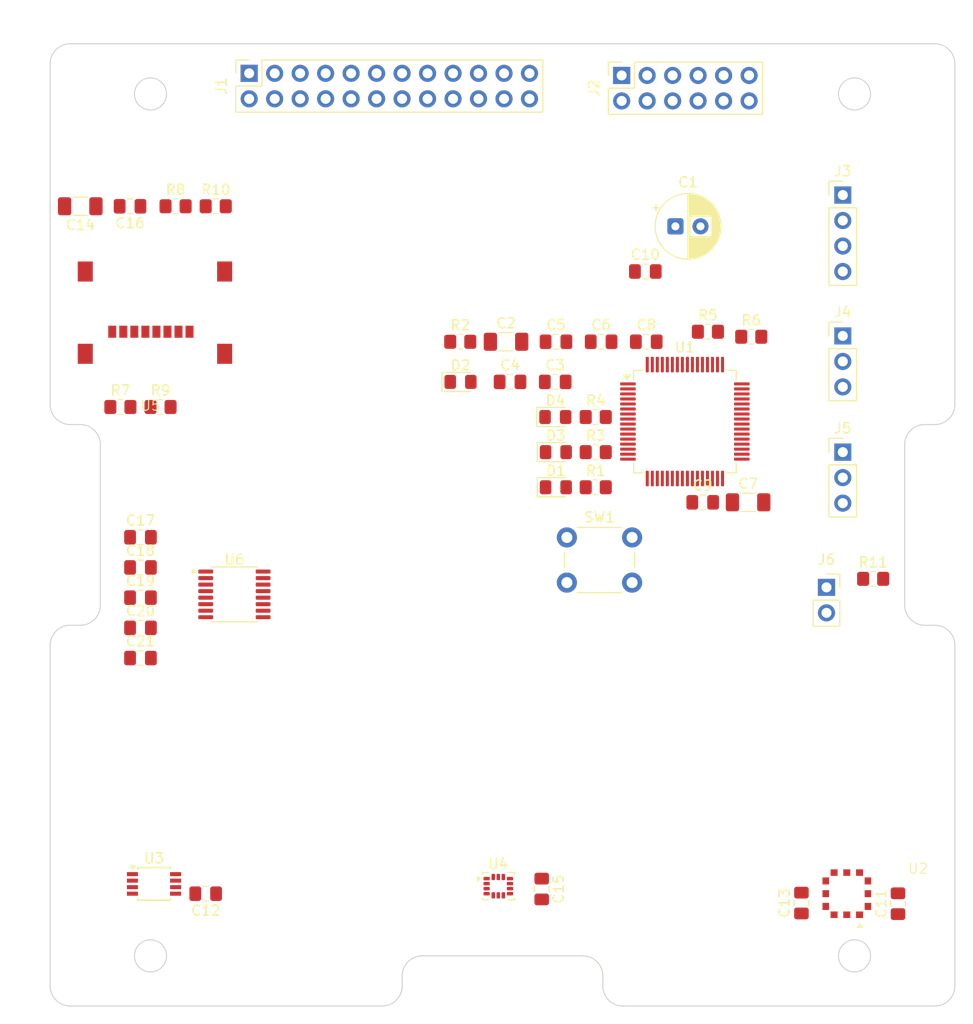
<source format=kicad_pcb>
(kicad_pcb (version 20241229) (generator "pcbnew") (generator_version "9.0")
  (layers (0 "F.Cu" signal) (4 "In1.Cu" signal) (6 "In2.Cu" signal) (2 "B.Cu" signal) (13 "F.Paste" user) (15 "B.Paste" user) (5 "F.SilkS" user "F.Silkscreen") (7 "B.SilkS" user "B.Silkscreen") (1 "F.Mask" user) (3 "B.Mask" user) (25 "Edge.Cuts" user))
  (net 0 "")
  (net 1 "+3V3")
  (net 2 "GND")
  (net 3 "Net-(U1-VREF+)")
  (net 4 "/NRST")
  (net 5 "Net-(U2-VO-)")
  (net 6 "Net-(U2-VO+)")
  (net 7 "Net-(D1-A)")
  (net 8 "Net-(D2-A)")
  (net 9 "Net-(D3-A)")
  (net 10 "Net-(D4-A)")
  (net 11 "+10V")
  (net 12 "ALT_+10V")
  (net 13 "/VBAT_1")
  (net 14 "/RADIO_RX")
  (net 15 "/VBAT_0")
  (net 16 "/RADIO_TX")
  (net 17 "/I2C_SDA")
  (net 18 "/BOOT0")
  (net 19 "/PWM_HEATER")
  (net 20 "/SWDIO")
  (net 21 "/SWCLK")
  (net 22 "/DEBUG_UART_RX")
  (net 23 "/DEBUG_UART_TX")
  (net 24 "/LED_BLUE")
  (net 25 "/LED_YELLOW")
  (net 26 "/LED_GREEN")
  (net 27 "/SD_MISO")
  (net 28 "/SD_MOSI")
  (net 29 "/SD_SCK")
  (net 30 "Net-(U5-DAT1)")
  (net 59 "/SD_CS")
  (net 76 "Net-(U6-V+)")
  (net 77 "Net-(U6-C1+)")
  (net 78 "Net-(U6-C1-)")
  (net 79 "Net-(U6-C2-)")
  (net 80 "Net-(U6-C2+)")
  (net 81 "Net-(U6-V-)")
  (net 87 "/LOW_POWER_MODE")
  (footprint "Capacitor_SMD:C_0805_2012Metric_Pad1.18x1.45mm_HandSolder" (layer "F.Cu") (at 130.875566 130.934442 90)
    (property "Reference" "C13" (at 0 -1.68 90) (layer "F.SilkS"))
    (property "Value" "1n")
    (pad "1" smd roundrect (at -1.0375 0 90) (size 1.175 1.45) (layers "F.Cu" "F.Mask" "F.Paste") (roundrect_rratio 0.212766) (net 6 "Net-(U2-VO+)"))
    (pad "2" smd roundrect (at 1.0375 0 90) (size 1.175 1.45) (layers "F.Cu" "F.Mask" "F.Paste") (roundrect_rratio 0.212766) (net 5 "Net-(U2-VO-)"))
  )
  (footprint "LED_SMD:LED_0805_2012Metric_Pad1.15x1.40mm_HandSolder" (layer "F.Cu") (at 106.35 82.5)
    (property "Reference" "D4" (at 0 -1.65 0) (layer "F.SilkS"))
    (property "Value" "GREEN")
    (pad "1" smd roundrect (at -1.025 0) (size 1.15 1.4) (layers "F.Cu" "F.Mask" "F.Paste") (roundrect_rratio 0.217391) (net 2 "GND"))
    (pad "2" smd roundrect (at 1.025 0) (size 1.15 1.4) (layers "F.Cu" "F.Mask" "F.Paste") (roundrect_rratio 0.217391) (net 10 "Net-(D4-A)"))
  )
  (footprint "Resistor_SMD:R_0805_2012Metric_Pad1.20x1.40mm_HandSolder" (layer "F.Cu") (at 110.375 82.5)
    (property "Reference" "R4" (at 0 -1.65 0) (layer "F.SilkS"))
    (property "Value" "10k")
    (pad "1" smd roundrect (at -1 0) (size 1.2 1.4) (layers "F.Cu" "F.Mask" "F.Paste") (roundrect_rratio 0.208333) (net 10 "Net-(D4-A)"))
    (pad "2" smd roundrect (at 1 0) (size 1.2 1.4) (layers "F.Cu" "F.Mask" "F.Paste") (roundrect_rratio 0.208333) (net 26 "/LED_GREEN"))
  )
  (footprint "Capacitor_SMD:C_0805_2012Metric_Pad1.18x1.45mm_HandSolder" (layer "F.Cu") (at 115.317621 68)
    (property "Reference" "C10" (at 0 -1.68 0) (layer "F.SilkS"))
    (property "Value" "100n")
    (pad "1" smd roundrect (at -1.0375 0) (size 1.175 1.45) (layers "F.Cu" "F.Mask" "F.Paste") (roundrect_rratio 0.212766) (net 4 "/NRST"))
    (pad "2" smd roundrect (at 1.0375 0) (size 1.175 1.45) (layers "F.Cu" "F.Mask" "F.Paste") (roundrect_rratio 0.212766) (net 2 "GND"))
  )
  (footprint "Capacitor_SMD:C_0805_2012Metric_Pad1.18x1.45mm_HandSolder" (layer "F.Cu") (at 140.5 131 90)
    (property "Reference" "C11" (at 0 -1.68 90) (layer "F.SilkS"))
    (property "Value" "100n")
    (pad "1" smd roundrect (at -1.0375 0 90) (size 1.175 1.45) (layers "F.Cu" "F.Mask" "F.Paste") (roundrect_rratio 0.212766) (net 1 "+3V3"))
    (pad "2" smd roundrect (at 1.0375 0 90) (size 1.175 1.45) (layers "F.Cu" "F.Mask" "F.Paste") (roundrect_rratio 0.212766) (net 2 "GND"))
  )
  (footprint "Capacitor_SMD:C_1206_3216Metric_Pad1.33x1.80mm_HandSolder" (layer "F.Cu") (at 59 61.5 180)
    (property "Reference" "C14" (at 0 -1.85 0) (layer "F.SilkS"))
    (property "Value" "10u")
    (pad "1" smd roundrect (at -1.5625 0 180) (size 1.325 1.8) (layers "F.Cu" "F.Mask" "F.Paste") (roundrect_rratio 0.188679) (net 1 "+3V3"))
    (pad "2" smd roundrect (at 1.5625 0 180) (size 1.325 1.8) (layers "F.Cu" "F.Mask" "F.Paste") (roundrect_rratio 0.188679) (net 2 "GND"))
  )
  (footprint "Resistor_SMD:R_0805_2012Metric_Pad1.20x1.40mm_HandSolder" (layer "F.Cu") (at 68.5 61.5)
    (property "Reference" "R8" (at 0 -1.65 0) (layer "F.SilkS"))
    (property "Value" "10k")
    (pad "1" smd roundrect (at -1 0) (size 1.2 1.4) (layers "F.Cu" "F.Mask" "F.Paste") (roundrect_rratio 0.208333) (net 28 "/SD_MOSI"))
    (pad "2" smd roundrect (at 1 0) (size 1.2 1.4) (layers "F.Cu" "F.Mask" "F.Paste") (roundrect_rratio 0.208333) (net 1 "+3V3"))
  )
  (footprint "Connector_PinSocket_2.54mm:PinSocket_2x06_P2.54mm_Vertical" (layer "F.Cu") (at 112.96 48.46 90)
    (property "Reference" "J2" (at -1.27 -2.77 90) (layer "F.SilkS"))
    (property "Value" "Conn_02x06_Odd_Even")
    (pad "1" thru_hole rect (at 0 0 90) (size 1.7 1.7) (drill 1) (layers "*.Cu" "*.Mask") (net 2 "GND"))
    (pad "2" thru_hole circle (at -2.54 0 90) (size 1.7 1.7) (drill 1) (layers "*.Cu" "*.Mask") (net 12 "ALT_+10V"))
    (pad "3" thru_hole circle (at 0 2.54 90) (size 1.7 1.7) (drill 1) (layers "*.Cu" "*.Mask") (net 2 "GND"))
    (pad "4" thru_hole circle (at -2.54 2.54 90) (size 1.7 1.7) (drill 1) (layers "*.Cu" "*.Mask") (net 12 "ALT_+10V"))
    (pad "5" thru_hole circle (at 0 5.08 90) (size 1.7 1.7) (drill 1) (layers "*.Cu" "*.Mask") (net 2 "GND"))
    (pad "6" thru_hole circle (at -2.54 5.08 90) (size 1.7 1.7) (drill 1) (layers "*.Cu" "*.Mask") (net 1 "+3V3"))
    (pad "7" thru_hole circle (at 0 7.62 90) (size 1.7 1.7) (drill 1) (layers "*.Cu" "*.Mask") (net 2 "GND"))
    (pad "8" thru_hole circle (at -2.54 7.62 90) (size 1.7 1.7) (drill 1) (layers "*.Cu" "*.Mask") (net 19 "/PWM_HEATER"))
    (pad "9" thru_hole circle (at 0 10.16 90) (size 1.7 1.7) (drill 1) (layers "*.Cu" "*.Mask") (net 2 "GND"))
    (pad "10" thru_hole circle (at -2.54 10.16 90) (size 1.7 1.7) (drill 1) (layers "*.Cu" "*.Mask") (net 18 "/BOOT0"))
    (pad "11" thru_hole circle (at 0 12.7 90) (size 1.7 1.7) (drill 1) (layers "*.Cu" "*.Mask") (net 2 "GND"))
    (pad "12" thru_hole circle (at -2.54 12.7 90) (size 1.7 1.7) (drill 1) (layers "*.Cu" "*.Mask") (net 17 "/I2C_SDA"))
  )
  (footprint "Resistor_SMD:R_0805_2012Metric_Pad1.20x1.40mm_HandSolder" (layer "F.Cu") (at 125.875 74.5)
    (property "Reference" "R6" (at 0 -1.65 0) (layer "F.SilkS"))
    (property "Value" "1k5")
    (pad "1" smd roundrect (at -1 0) (size 1.2 1.4) (layers "F.Cu" "F.Mask" "F.Paste") (roundrect_rratio 0.208333) (net 1 "+3V3"))
    (pad "2" smd roundrect (at 1 0) (size 1.2 1.4) (layers "F.Cu" "F.Mask" "F.Paste") (roundrect_rratio 0.208333) (net 18 "/BOOT0"))
  )
  (footprint "Capacitor_SMD:C_0805_2012Metric_Pad1.18x1.45mm_HandSolder" (layer "F.Cu") (at 121.0375 91)
    (property "Reference" "C9" (at 0 -1.68 0) (layer "F.SilkS"))
    (property "Value" "100n")
    (pad "1" smd roundrect (at -1.0375 0) (size 1.175 1.45) (layers "F.Cu" "F.Mask" "F.Paste") (roundrect_rratio 0.212766) (net 3 "Net-(U1-VREF+)"))
    (pad "2" smd roundrect (at 1.0375 0) (size 1.175 1.45) (layers "F.Cu" "F.Mask" "F.Paste") (roundrect_rratio 0.212766) (net 2 "GND"))
  )
  (footprint "Capacitor_SMD:C_0805_2012Metric_Pad1.18x1.45mm_HandSolder" (layer "F.Cu") (at 65 106.52)
    (property "Reference" "C21" (at 0 -1.68 0) (layer "F.SilkS"))
    (property "Value" "100n")
    (pad "1" smd roundrect (at -1.0375 0) (size 1.175 1.45) (layers "F.Cu" "F.Mask" "F.Paste") (roundrect_rratio 0.212766) (net 81 "Net-(U6-V-)"))
    (pad "2" smd roundrect (at 1.0375 0) (size 1.175 1.45) (layers "F.Cu" "F.Mask" "F.Paste") (roundrect_rratio 0.212766) (net 2 "GND"))
  )
  (footprint "Capacitor_SMD:C_0805_2012Metric_Pad1.18x1.45mm_HandSolder" (layer "F.Cu") (at 65 94.48)
    (property "Reference" "C17" (at 0 -1.68 0) (layer "F.SilkS"))
    (property "Value" "100n")
    (pad "1" smd roundrect (at -1.0375 0) (size 1.175 1.45) (layers "F.Cu" "F.Mask" "F.Paste") (roundrect_rratio 0.212766) (net 1 "+3V3"))
    (pad "2" smd roundrect (at 1.0375 0) (size 1.175 1.45) (layers "F.Cu" "F.Mask" "F.Paste") (roundrect_rratio 0.212766) (net 2 "GND"))
  )
  (footprint "Resistor_SMD:R_0805_2012Metric_Pad1.20x1.40mm_HandSolder" (layer "F.Cu") (at 63 81.5)
    (property "Reference" "R7" (at 0 -1.65 0) (layer "F.SilkS"))
    (property "Value" "10k")
    (pad "1" smd roundrect (at -1 0) (size 1.2 1.4) (layers "F.Cu" "F.Mask" "F.Paste") (roundrect_rratio 0.208333) (net 27 "/SD_MISO"))
    (pad "2" smd roundrect (at 1 0) (size 1.2 1.4) (layers "F.Cu" "F.Mask" "F.Paste") (roundrect_rratio 0.208333) (net 1 "+3V3"))
  )
  (footprint "Package_QFP:LQFP-64_10x10mm_P0.5mm" (layer "F.Cu") (at 119.261602 82.95)
    (property "Reference" "U1" (at 0 -7.4 0) (layer "F.SilkS"))
    (property "Value" "STM32G431RBTx")
    (pad "1" smd roundrect (at -5.675 -3.75) (size 1.55 0.3) (layers "F.Cu" "F.Mask" "F.Paste"))
    (pad "2" smd roundrect (at -5.675 -3.25) (size 1.55 0.3) (layers "F.Cu" "F.Mask" "F.Paste"))
    (pad "3" smd roundrect (at -5.675 -2.75) (size 1.55 0.3) (layers "F.Cu" "F.Mask" "F.Paste"))
    (pad "4" smd roundrect (at -5.675 -2.25) (size 1.55 0.3) (layers "F.Cu" "F.Mask" "F.Paste"))
    (pad "5" smd roundrect (at -5.675 -1.75) (size 1.55 0.3) (layers "F.Cu" "F.Mask" "F.Paste"))
    (pad "6" smd roundrect (at -5.675 -1.25) (size 1.55 0.3) (layers "F.Cu" "F.Mask" "F.Paste"))
    (pad "7" smd roundrect (at -5.675 -0.75) (size 1.55 0.3) (layers "F.Cu" "F.Mask" "F.Paste") (net 4 "/NRST"))
    (pad "8" smd roundrect (at -5.675 -0.25) (size 1.55 0.3) (layers "F.Cu" "F.Mask" "F.Paste") (net 26 "/LED_GREEN"))
    (pad "9" smd roundrect (at -5.675 0.25) (size 1.55 0.3) (layers "F.Cu" "F.Mask" "F.Paste") (net 25 "/LED_YELLOW"))
    (pad "10" smd roundrect (at -5.675 0.75) (size 1.55 0.3) (layers "F.Cu" "F.Mask" "F.Paste"))
    (pad "11" smd roundrect (at -5.675 1.25) (size 1.55 0.3) (layers "F.Cu" "F.Mask" "F.Paste"))
    (pad "12" smd roundrect (at -5.675 1.75) (size 1.55 0.3) (layers "F.Cu" "F.Mask" "F.Paste") (net 15 "/VBAT_0"))
    (pad "13" smd roundrect (at -5.675 2.25) (size 1.55 0.3) (layers "F.Cu" "F.Mask" "F.Paste") (net 13 "/VBAT_1"))
    (pad "14" smd roundrect (at -5.675 2.75) (size 1.55 0.3) (layers "F.Cu" "F.Mask" "F.Paste") (net 23 "/DEBUG_UART_TX"))
    (pad "15" smd roundrect (at -5.675 3.25) (size 1.55 0.3) (layers "F.Cu" "F.Mask" "F.Paste") (net 2 "GND"))
    (pad "16" smd roundrect (at -5.675 3.75) (size 1.55 0.3) (layers "F.Cu" "F.Mask" "F.Paste") (net 1 "+3V3"))
    (pad "17" smd roundrect (at -3.75 5.675) (size 0.3 1.55) (layers "F.Cu" "F.Mask" "F.Paste") (net 22 "/DEBUG_UART_RX"))
    (pad "18" smd roundrect (at -3.25 5.675) (size 0.3 1.55) (layers "F.Cu" "F.Mask" "F.Paste"))
    (pad "19" smd roundrect (at -2.75 5.675) (size 0.3 1.55) (layers "F.Cu" "F.Mask" "F.Paste") (net 29 "/SD_SCK"))
    (pad "20" smd roundrect (at -2.25 5.675) (size 0.3 1.55) (layers "F.Cu" "F.Mask" "F.Paste") (net 27 "/SD_MISO"))
    (pad "21" smd roundrect (at -1.75 5.675) (size 0.3 1.55) (layers "F.Cu" "F.Mask" "F.Paste") (net 28 "/SD_MOSI"))
    (pad "22" smd roundrect (at -1.25 5.675) (size 0.3 1.55) (layers "F.Cu" "F.Mask" "F.Paste") (net 16 "/RADIO_TX"))
    (pad "23" smd roundrect (at -0.75 5.675) (size 0.3 1.55) (layers "F.Cu" "F.Mask" "F.Paste") (net 14 "/RADIO_RX"))
    (pad "24" smd roundrect (at -0.25 5.675) (size 0.3 1.55) (layers "F.Cu" "F.Mask" "F.Paste") (net 24 "/LED_BLUE"))
    (pad "25" smd roundrect (at 0.25 5.675) (size 0.3 1.55) (layers "F.Cu" "F.Mask" "F.Paste"))
    (pad "26" smd roundrect (at 0.75 5.675) (size 0.3 1.55) (layers "F.Cu" "F.Mask" "F.Paste"))
    (pad "27" smd roundrect (at 1.25 5.675) (size 0.3 1.55) (layers "F.Cu" "F.Mask" "F.Paste") (net 2 "GND"))
    (pad "28" smd roundrect (at 1.75 5.675) (size 0.3 1.55) (layers "F.Cu" "F.Mask" "F.Paste") (net 3 "Net-(U1-VREF+)"))
    (pad "29" smd roundrect (at 2.25 5.675) (size 0.3 1.55) (layers "F.Cu" "F.Mask" "F.Paste") (net 1 "+3V3"))
    (pad "30" smd roundrect (at 2.75 5.675) (size 0.3 1.55) (layers "F.Cu" "F.Mask" "F.Paste"))
    (pad "31" smd roundrect (at 3.25 5.675) (size 0.3 1.55) (layers "F.Cu" "F.Mask" "F.Paste") (net 2 "GND"))
    (pad "32" smd roundrect (at 3.75 5.675) (size 0.3 1.55) (layers "F.Cu" "F.Mask" "F.Paste") (net 1 "+3V3"))
    (pad "33" smd roundrect (at 5.675 3.75) (size 1.55 0.3) (layers "F.Cu" "F.Mask" "F.Paste"))
    (pad "34" smd roundrect (at 5.675 3.25) (size 1.55 0.3) (layers "F.Cu" "F.Mask" "F.Paste"))
    (pad "35" smd roundrect (at 5.675 2.75) (size 1.55 0.3) (layers "F.Cu" "F.Mask" "F.Paste"))
    (pad "36" smd roundrect (at 5.675 2.25) (size 1.55 0.3) (layers "F.Cu" "F.Mask" "F.Paste"))
    (pad "37" smd roundrect (at 5.675 1.75) (size 1.55 0.3) (layers "F.Cu" "F.Mask" "F.Paste"))
    (pad "38" smd roundrect (at 5.675 1.25) (size 1.55 0.3) (layers "F.Cu" "F.Mask" "F.Paste"))
    (pad "39" smd roundrect (at 5.675 0.75) (size 1.55 0.3) (layers "F.Cu" "F.Mask" "F.Paste") (net 19 "/PWM_HEATER"))
    (pad "40" smd roundrect (at 5.675 0.25) (size 1.55 0.3) (layers "F.Cu" "F.Mask" "F.Paste"))
    (pad "41" smd roundrect (at 5.675 -0.25) (size 1.55 0.3) (layers "F.Cu" "F.Mask" "F.Paste"))
    (pad "42" smd roundrect (at 5.675 -0.75) (size 1.55 0.3) (layers "F.Cu" "F.Mask" "F.Paste"))
    (pad "43" smd roundrect (at 5.675 -1.25) (size 1.55 0.3) (layers "F.Cu" "F.Mask" "F.Paste") (net 87 "/LOW_POWER_MODE"))
    (pad "44" smd roundrect (at 5.675 -1.75) (size 1.55 0.3) (layers "F.Cu" "F.Mask" "F.Paste"))
    (pad "45" smd roundrect (at 5.675 -2.25) (size 1.55 0.3) (layers "F.Cu" "F.Mask" "F.Paste"))
    (pad "46" smd roundrect (at 5.675 -2.75) (size 1.55 0.3) (layers "F.Cu" "F.Mask" "F.Paste"))
    (pad "47" smd roundrect (at 5.675 -3.25) (size 1.55 0.3) (layers "F.Cu" "F.Mask" "F.Paste") (net 2 "GND"))
    (pad "48" smd roundrect (at 5.675 -3.75) (size 1.55 0.3) (layers "F.Cu" "F.Mask" "F.Paste") (net 1 "+3V3"))
    (pad "49" smd roundrect (at 3.75 -5.675) (size 0.3 1.55) (layers "F.Cu" "F.Mask" "F.Paste") (net 20 "/SWDIO"))
    (pad "50" smd roundrect (at 3.25 -5.675) (size 0.3 1.55) (layers "F.Cu" "F.Mask" "F.Paste") (net 21 "/SWCLK"))
    (pad "51" smd roundrect (at 2.75 -5.675) (size 0.3 1.55) (layers "F.Cu" "F.Mask" "F.Paste"))
    (pad "52" smd roundrect (at 2.25 -5.675) (size 0.3 1.55) (layers "F.Cu" "F.Mask" "F.Paste"))
    (pad "53" smd roundrect (at 1.75 -5.675) (size 0.3 1.55) (layers "F.Cu" "F.Mask" "F.Paste"))
    (pad "54" smd roundrect (at 1.25 -5.675) (size 0.3 1.55) (layers "F.Cu" "F.Mask" "F.Paste"))
    (pad "55" smd roundrect (at 0.75 -5.675) (size 0.3 1.55) (layers "F.Cu" "F.Mask" "F.Paste"))
    (pad "56" smd roundrect (at 0.25 -5.675) (size 0.3 1.55) (layers "F.Cu" "F.Mask" "F.Paste"))
    (pad "57" smd roundrect (at -0.25 -5.675) (size 0.3 1.55) (layers "F.Cu" "F.Mask" "F.Paste"))
    (pad "58" smd roundrect (at -0.75 -5.675) (size 0.3 1.55) (layers "F.Cu" "F.Mask" "F.Paste"))
    (pad "59" smd roundrect (at -1.25 -5.675) (size 0.3 1.55) (layers "F.Cu" "F.Mask" "F.Paste") (net 59 "/SD_CS"))
    (pad "60" smd roundrect (at -1.75 -5.675) (size 0.3 1.55) (layers "F.Cu" "F.Mask" "F.Paste"))
    (pad "61" smd roundrect (at -2.25 -5.675) (size 0.3 1.55) (layers "F.Cu" "F.Mask" "F.Paste") (net 18 "/BOOT0"))
    (pad "62" smd roundrect (at -2.75 -5.675) (size 0.3 1.55) (layers "F.Cu" "F.Mask" "F.Paste") (net 17 "/I2C_SDA"))
    (pad "63" smd roundrect (at -3.25 -5.675) (size 0.3 1.55) (layers "F.Cu" "F.Mask" "F.Paste") (net 2 "GND"))
    (pad "64" smd roundrect (at -3.75 -5.675) (size 0.3 1.55) (layers "F.Cu" "F.Mask" "F.Paste") (net 1 "+3V3"))
  )
  (footprint "Resistor_SMD:R_0805_2012Metric_Pad1.20x1.40mm_HandSolder" (layer "F.Cu") (at 110.375 89.5)
    (property "Reference" "R1" (at 0 -1.65 0) (layer "F.SilkS"))
    (property "Value" "10k")
    (pad "1" smd roundrect (at -1 0) (size 1.2 1.4) (layers "F.Cu" "F.Mask" "F.Paste") (roundrect_rratio 0.208333) (net 7 "Net-(D1-A)"))
    (pad "2" smd roundrect (at 1 0) (size 1.2 1.4) (layers "F.Cu" "F.Mask" "F.Paste") (roundrect_rratio 0.208333) (net 24 "/LED_BLUE"))
  )
  (footprint "Capacitor_SMD:C_0805_2012Metric_Pad1.18x1.45mm_HandSolder" (layer "F.Cu") (at 106.3375 79)
    (property "Reference" "C3" (at 0 -1.68 0) (layer "F.SilkS"))
    (property "Value" "100n")
    (pad "1" smd roundrect (at -1.0375 0) (size 1.175 1.45) (layers "F.Cu" "F.Mask" "F.Paste") (roundrect_rratio 0.212766) (net 1 "+3V3"))
    (pad "2" smd roundrect (at 1.0375 0) (size 1.175 1.45) (layers "F.Cu" "F.Mask" "F.Paste") (roundrect_rratio 0.212766) (net 2 "GND"))
  )
  (footprint "Package_SO:TSSOP-8_3x3mm_P0.65mm" (layer "F.Cu") (at 66.35 129.025)
    (property "Reference" "U3" (at 0 -2.55 0) (layer "F.SilkS"))
    (property "Value" "PCT2075")
    (pad "1" smd rect (at -2.15 -0.975) (size 1.1 0.4) (layers "F.Cu" "F.Mask" "F.Paste") (net 17 "/I2C_SDA"))
    (pad "2" smd rect (at -2.15 -0.325) (size 1.1 0.4) (layers "F.Cu" "F.Mask" "F.Paste") (net 18 "/BOOT0"))
    (pad "3" smd rect (at -2.15 0.325) (size 1.1 0.4) (layers "F.Cu" "F.Mask" "F.Paste"))
    (pad "4" smd rect (at -2.15 0.975) (size 1.1 0.4) (layers "F.Cu" "F.Mask" "F.Paste") (net 2 "GND"))
    (pad "5" smd rect (at 2.15 0.975) (size 1.1 0.4) (layers "F.Cu" "F.Mask" "F.Paste") (net 2 "GND"))
    (pad "6" smd rect (at 2.15 0.325) (size 1.1 0.4) (layers "F.Cu" "F.Mask" "F.Paste") (net 2 "GND"))
    (pad "7" smd rect (at 2.15 -0.325) (size 1.1 0.4) (layers "F.Cu" "F.Mask" "F.Paste") (net 1 "+3V3"))
    (pad "8" smd rect (at 2.15 -0.975) (size 1.1 0.4) (layers "F.Cu" "F.Mask" "F.Paste") (net 1 "+3V3"))
  )
  (footprint "Connector_PinHeader_2.54mm:PinHeader_1x03_P2.54mm_Vertical" (layer "F.Cu") (at 135 74.42)
    (property "Reference" "J4" (at 0 -2.38 0) (layer "F.SilkS"))
    (property "Value" "Conn_01x03")
    (pad "1" thru_hole rect (at 0 0) (size 1.7 1.7) (drill 1) (layers "*.Cu" "*.Mask") (net 22 "/DEBUG_UART_RX"))
    (pad "2" thru_hole circle (at 0 2.54) (size 1.7 1.7) (drill 1) (layers "*.Cu" "*.Mask") (net 2 "GND"))
    (pad "3" thru_hole circle (at 0 5.08) (size 1.7 1.7) (drill 1) (layers "*.Cu" "*.Mask") (net 23 "/DEBUG_UART_TX"))
  )
  (footprint "Capacitor_SMD:C_0805_2012Metric_Pad1.18x1.45mm_HandSolder" (layer "F.Cu") (at 106.4125 75)
    (property "Reference" "C5" (at 0 -1.68 0) (layer "F.SilkS"))
    (property "Value" "100n")
    (pad "1" smd roundrect (at -1.0375 0) (size 1.175 1.45) (layers "F.Cu" "F.Mask" "F.Paste") (roundrect_rratio 0.212766) (net 1 "+3V3"))
    (pad "2" smd roundrect (at 1.0375 0) (size 1.175 1.45) (layers "F.Cu" "F.Mask" "F.Paste") (roundrect_rratio 0.212766) (net 2 "GND"))
  )
  (footprint "Capacitor_SMD:C_1206_3216Metric_Pad1.33x1.80mm_HandSolder" (layer "F.Cu") (at 101.4375 75)
    (property "Reference" "C2" (at 0 -1.85 0) (layer "F.SilkS"))
    (property "Value" "4u7")
    (pad "1" smd roundrect (at -1.5625 0) (size 1.325 1.8) (layers "F.Cu" "F.Mask" "F.Paste") (roundrect_rratio 0.188679) (net 1 "+3V3"))
    (pad "2" smd roundrect (at 1.5625 0) (size 1.325 1.8) (layers "F.Cu" "F.Mask" "F.Paste") (roundrect_rratio 0.188679) (net 2 "GND"))
  )
  (footprint "Capacitor_SMD:C_0805_2012Metric_Pad1.18x1.45mm_HandSolder" (layer "F.Cu") (at 65 97.49)
    (property "Reference" "C18" (at 0 -1.68 0) (layer "F.SilkS"))
    (property "Value" "100n")
    (pad "1" smd roundrect (at -1.0375 0) (size 1.175 1.45) (layers "F.Cu" "F.Mask" "F.Paste") (roundrect_rratio 0.212766) (net 76 "Net-(U6-V+)"))
    (pad "2" smd roundrect (at 1.0375 0) (size 1.175 1.45) (layers "F.Cu" "F.Mask" "F.Paste") (roundrect_rratio 0.212766) (net 2 "GND"))
  )
  (footprint "Capacitor_SMD:C_0805_2012Metric_Pad1.18x1.45mm_HandSolder" (layer "F.Cu") (at 104.989821 129.53599 -90)
    (property "Reference" "C15" (at 0 -1.68 90) (layer "F.SilkS"))
    (property "Value" "100n")
    (pad "1" smd roundrect (at -1.0375 0 270) (size 1.175 1.45) (layers "F.Cu" "F.Mask" "F.Paste") (roundrect_rratio 0.212766) (net 1 "+3V3"))
    (pad "2" smd roundrect (at 1.0375 0 270) (size 1.175 1.45) (layers "F.Cu" "F.Mask" "F.Paste") (roundrect_rratio 0.212766) (net 2 "GND"))
  )
  (footprint "Capacitor_SMD:C_0805_2012Metric_Pad1.18x1.45mm_HandSolder" (layer "F.Cu") (at 101.8375 79)
    (property "Reference" "C4" (at 0 -1.68 0) (layer "F.SilkS"))
    (property "Value" "100n")
    (pad "1" smd roundrect (at -1.0375 0) (size 1.175 1.45) (layers "F.Cu" "F.Mask" "F.Paste") (roundrect_rratio 0.212766) (net 1 "+3V3"))
    (pad "2" smd roundrect (at 1.0375 0) (size 1.175 1.45) (layers "F.Cu" "F.Mask" "F.Paste") (roundrect_rratio 0.212766) (net 2 "GND"))
  )
  (footprint "Connector_PinSocket_2.54mm:PinSocket_2x12_P2.54mm_Vertical" (layer "F.Cu") (at 75.834999 48.25 90)
    (property "Reference" "J1" (at -1.27 -2.77 90) (layer "F.SilkS"))
    (property "Value" "Conn_02x12_Odd_Even")
    (pad "1" thru_hole rect (at 0 0 90) (size 1.7 1.7) (drill 1) (layers "*.Cu" "*.Mask") (net 2 "GND"))
    (pad "2" thru_hole circle (at -2.54 0 90) (size 1.7 1.7) (drill 1) (layers "*.Cu" "*.Mask") (net 11 "+10V"))
    (pad "3" thru_hole circle (at 0 2.54 90) (size 1.7 1.7) (drill 1) (layers "*.Cu" "*.Mask") (net 2 "GND"))
    (pad "4" thru_hole circle (at -2.54 2.54 90) (size 1.7 1.7) (drill 1) (layers "*.Cu" "*.Mask") (net 11 "+10V"))
    (pad "5" thru_hole circle (at 0 5.079999 90) (size 1.7 1.7) (drill 1) (layers "*.Cu" "*.Mask") (net 2 "GND"))
    (pad "6" thru_hole circle (at -2.54 5.08 90) (size 1.7 1.7) (drill 1) (layers "*.Cu" "*.Mask") (net 11 "+10V"))
    (pad "7" thru_hole circle (at 0 7.62 90) (size 1.7 1.7) (drill 1) (layers "*.Cu" "*.Mask") (net 2 "GND"))
    (pad "8" thru_hole circle (at -2.54 7.62 90) (size 1.7 1.7) (drill 1) (layers "*.Cu" "*.Mask") (net 12 "ALT_+10V"))
    (pad "9" thru_hole circle (at 0 10.16 90) (size 1.7 1.7) (drill 1) (layers "*.Cu" "*.Mask") (net 2 "GND"))
    (pad "10" thru_hole circle (at -2.54 10.16 90) (size 1.7 1.7) (drill 1) (layers "*.Cu" "*.Mask") (net 12 "ALT_+10V"))
    (pad "11" thru_hole circle (at 0 12.7 90) (size 1.7 1.7) (drill 1) (layers "*.Cu" "*.Mask") (net 2 "GND"))
    (pad "12" thru_hole circle (at -2.54 12.7 90) (size 1.7 1.7) (drill 1) (layers "*.Cu" "*.Mask") (net 12 "ALT_+10V"))
    (pad "13" thru_hole circle (at 0 15.24 90) (size 1.7 1.7) (drill 1) (layers "*.Cu" "*.Mask") (net 2 "GND"))
    (pad "14" thru_hole circle (at -2.54 15.24 90) (size 1.7 1.7) (drill 1) (layers "*.Cu" "*.Mask") (net 1 "+3V3"))
    (pad "15" thru_hole circle (at 0 17.780001 90) (size 1.7 1.7) (drill 1) (layers "*.Cu" "*.Mask") (net 2 "GND"))
    (pad "16" thru_hole circle (at -2.54 17.78 90) (size 1.7 1.7) (drill 1) (layers "*.Cu" "*.Mask") (net 1 "+3V3"))
    (pad "17" thru_hole circle (at 0 20.32 90) (size 1.7 1.7) (drill 1) (layers "*.Cu" "*.Mask") (net 2 "GND"))
    (pad "18" thru_hole circle (at -2.54 20.32 90) (size 1.7 1.7) (drill 1) (layers "*.Cu" "*.Mask") (net 16 "/RADIO_TX"))
    (pad "19" thru_hole circle (at 0 22.86 90) (size 1.7 1.7) (drill 1) (layers "*.Cu" "*.Mask") (net 2 "GND"))
    (pad "20" thru_hole circle (at -2.54 22.86 90) (size 1.7 1.7) (drill 1) (layers "*.Cu" "*.Mask") (net 14 "/RADIO_RX"))
    (pad "21" thru_hole circle (at 0 25.4 90) (size 1.7 1.7) (drill 1) (layers "*.Cu" "*.Mask") (net 2 "GND"))
    (pad "22" thru_hole circle (at -2.54 25.4 90) (size 1.7 1.7) (drill 1) (layers "*.Cu" "*.Mask") (net 15 "/VBAT_0"))
    (pad "23" thru_hole circle (at 0 27.939999 90) (size 1.7 1.7) (drill 1) (layers "*.Cu" "*.Mask") (net 2 "GND"))
    (pad "24" thru_hole circle (at -2.54 27.94 90) (size 1.7 1.7) (drill 1) (layers "*.Cu" "*.Mask") (net 13 "/VBAT_1"))
  )
  (footprint "Capacitor_SMD:C_0805_2012Metric_Pad1.18x1.45mm_HandSolder" (layer "F.Cu") (at 110.9125 75)
    (property "Reference" "C6" (at 0 -1.68 0) (layer "F.SilkS"))
    (property "Value" "100n")
    (pad "1" smd roundrect (at -1.0375 0) (size 1.175 1.45) (layers "F.Cu" "F.Mask" "F.Paste") (roundrect_rratio 0.212766) (net 1 "+3V3"))
    (pad "2" smd roundrect (at 1.0375 0) (size 1.175 1.45) (layers "F.Cu" "F.Mask" "F.Paste") (roundrect_rratio 0.212766) (net 2 "GND"))
  )
  (footprint "Resistor_SMD:R_0805_2012Metric_Pad1.20x1.40mm_HandSolder" (layer "F.Cu") (at 138.025 98.625)
    (property "Reference" "R11" (at 0 -1.65 0) (layer "F.SilkS"))
    (property "Value" "10k")
    (pad "1" smd roundrect (at -1 0) (size 1.2 1.4) (layers "F.Cu" "F.Mask" "F.Paste") (roundrect_rratio 0.208333) (net 87 "/LOW_POWER_MODE"))
    (pad "2" smd roundrect (at 1 0) (size 1.2 1.4) (layers "F.Cu" "F.Mask" "F.Paste") (roundrect_rratio 0.208333) (net 1 "+3V3"))
  )
  (footprint "Capacitor_SMD:C_0805_2012Metric_Pad1.18x1.45mm_HandSolder" (layer "F.Cu") (at 115.4125 75)
    (property "Reference" "C8" (at 0 -1.68 0) (layer "F.SilkS"))
    (property "Value" "100n")
    (pad "1" smd roundrect (at -1.0375 0) (size 1.175 1.45) (layers "F.Cu" "F.Mask" "F.Paste") (roundrect_rratio 0.212766) (net 1 "+3V3"))
    (pad "2" smd roundrect (at 1.0375 0) (size 1.175 1.45) (layers "F.Cu" "F.Mask" "F.Paste") (roundrect_rratio 0.212766) (net 2 "GND"))
  )
  (footprint "so_26_obc_footprint_library:MPRLS0025PA00002A" (layer "F.Cu") (at 126.91 126.76)
    (property "Reference" "U2" (at 15.59 0.74 0) (layer "F.SilkS") (effects (font (thickness 0.1))))
    (property "Value" "MPRLS0025")
    (pad "" np_thru_hole circle (at 7.71 3.24 270) (size 1.1 1.1) (drill 1.1) (layers "*.Cu" "*.Mask"))
    (pad "1" smd rect (at 9.76 5.34) (size 0.7 0.65) (layers "F.Cu" "F.Mask" "F.Paste"))
    (pad "2" smd rect (at 8.49 5.34) (size 0.7 0.65) (layers "F.Cu" "F.Mask" "F.Paste") (net 17 "/I2C_SDA"))
    (pad "3" smd rect (at 7.22 5.34) (size 0.7 0.65) (layers "F.Cu" "F.Mask" "F.Paste") (net 18 "/BOOT0"))
    (pad "4" smd rect (at 6.39 4.51 90) (size 0.7 0.65) (layers "F.Cu" "F.Mask" "F.Paste") (net 6 "Net-(U2-VO+)"))
    (pad "5" smd rect (at 6.39 3.24 90) (size 0.7 0.65) (layers "F.Cu" "F.Mask" "F.Paste"))
    (pad "6" smd rect (at 6.39 1.97 90) (size 0.7 0.65) (layers "F.Cu" "F.Mask" "F.Paste") (net 5 "Net-(U2-VO-)"))
    (pad "7" smd rect (at 7.22 1.14) (size 0.7 0.65) (layers "F.Cu" "F.Mask" "F.Paste"))
    (pad "8" smd rect (at 8.49 1.14) (size 0.7 0.65) (layers "F.Cu" "F.Mask" "F.Paste"))
    (pad "9" smd rect (at 9.76 1.14) (size 0.7 0.65) (layers "F.Cu" "F.Mask" "F.Paste"))
    (pad "10" smd rect (at 10.59 1.97 270) (size 0.7 0.65) (layers "F.Cu" "F.Mask" "F.Paste") (net 2 "GND"))
    (pad "11" smd rect (at 10.59 3.24 270) (size 0.7 0.65) (layers "F.Cu" "F.Mask" "F.Paste"))
    (pad "12" smd rect (at 10.59 4.51 270) (size 0.7 0.65) (layers "F.Cu" "F.Mask" "F.Paste") (net 1 "+3V3"))
  )
  (footprint "Package_LGA:LGA-14_3x2.5mm_P0.5mm_LayoutBorder3x4y" (layer "F.Cu") (at 100.6625 129.25)
    (property "Reference" "U4" (at 0 -2.2 0) (layer "F.SilkS"))
    (property "Value" "LSM6DS3")
    (pad "1" smd roundrect (at -1.1625 -0.75) (size 0.625 0.35) (layers "F.Cu" "F.Mask" "F.Paste") (net 2 "GND"))
    (pad "2" smd roundrect (at -1.1625 -0.25) (size 0.625 0.35) (layers "F.Cu" "F.Mask" "F.Paste") (net 2 "GND"))
    (pad "3" smd roundrect (at -1.1625 0.25) (size 0.625 0.35) (layers "F.Cu" "F.Mask" "F.Paste") (net 2 "GND"))
    (pad "4" smd roundrect (at -1.1625 0.75) (size 0.625 0.35) (layers "F.Cu" "F.Mask" "F.Paste"))
    (pad "5" smd roundrect (at -0.5 0.9125) (size 0.35 0.625) (layers "F.Cu" "F.Mask" "F.Paste") (net 1 "+3V3"))
    (pad "6" smd roundrect (at 0 0.9125) (size 0.35 0.625) (layers "F.Cu" "F.Mask" "F.Paste") (net 2 "GND"))
    (pad "7" smd roundrect (at 0.5 0.9125) (size 0.35 0.625) (layers "F.Cu" "F.Mask" "F.Paste") (net 2 "GND"))
    (pad "8" smd roundrect (at 1.1625 0.75) (size 0.625 0.35) (layers "F.Cu" "F.Mask" "F.Paste") (net 1 "+3V3"))
    (pad "9" smd roundrect (at 1.1625 0.25) (size 0.625 0.35) (layers "F.Cu" "F.Mask" "F.Paste"))
    (pad "10" smd roundrect (at 1.1625 -0.25) (size 0.625 0.35) (layers "F.Cu" "F.Mask" "F.Paste"))
    (pad "11" smd roundrect (at 1.1625 -0.75) (size 0.625 0.35) (layers "F.Cu" "F.Mask" "F.Paste"))
    (pad "12" smd roundrect (at 0.5 -0.9125) (size 0.35 0.625) (layers "F.Cu" "F.Mask" "F.Paste") (net 1 "+3V3"))
    (pad "13" smd roundrect (at 0 -0.9125) (size 0.35 0.625) (layers "F.Cu" "F.Mask" "F.Paste") (net 18 "/BOOT0"))
    (pad "14" smd roundrect (at -0.5 -0.9125) (size 0.35 0.625) (layers "F.Cu" "F.Mask" "F.Paste") (net 17 "/I2C_SDA"))
  )
  (footprint "so_26_obc_footprint_library:MEM2067-02-180-00-A" (layer "F.Cu") (at 65.75 80.71)
    (property "Reference" "U5" (at 0.25 0.65 0) (layer "F.SilkS") (effects (font (thickness 0.1))))
    (property "Value" "MEM2067-02-180-00-A")
    (pad "" smd rect (at -6.25 -12.71) (size 1.5 2) (layers "F.Cu" "F.Mask" "F.Paste"))
    (pad "" smd rect (at -6.25 -4.51) (size 1.5 2) (layers "F.Cu" "F.Mask" "F.Paste"))
    (pad "" smd rect (at 7.64 -12.71) (size 1.5 2) (layers "F.Cu" "F.Mask" "F.Paste"))
    (pad "" smd rect (at 7.64 -4.51) (size 1.5 2) (layers "F.Cu" "F.Mask" "F.Paste"))
    (pad "1" smd rect (at 4.14 -6.71) (size 0.8 1.2) (layers "F.Cu" "F.Mask" "F.Paste") (net 30 "Net-(U5-DAT1)"))
    (pad "2" smd rect (at 3.04 -6.71) (size 0.8 1.2) (layers "F.Cu" "F.Mask" "F.Paste") (net 59 "/SD_CS"))
    (pad "3" smd rect (at 1.94 -6.71) (size 0.8 1.2) (layers "F.Cu" "F.Mask" "F.Paste") (net 28 "/SD_MOSI"))
    (pad "4" smd rect (at 0.84 -6.71) (size 0.8 1.2) (layers "F.Cu" "F.Mask" "F.Paste") (net 1 "+3V3"))
    (pad "5" smd rect (at -0.26 -6.71) (size 0.8 1.2) (layers "F.Cu" "F.Mask" "F.Paste") (net 29 "/SD_SCK"))
    (pad "6" smd rect (at -1.36 -6.71) (size 0.8 1.2) (layers "F.Cu" "F.Mask" "F.Paste") (net 2 "GND"))
    (pad "7" smd rect (at -2.46 -6.71) (size 0.8 1.2) (layers "F.Cu" "F.Mask" "F.Paste") (net 27 "/SD_MISO"))
    (pad "8" smd rect (at -3.56 -6.71) (size 0.8 1.2) (layers "F.Cu" "F.Mask" "F.Paste") (net 30 "Net-(U5-DAT1)"))
  )
  (footprint "LED_SMD:LED_0805_2012Metric_Pad1.15x1.40mm_HandSolder" (layer "F.Cu") (at 106.4 86)
    (property "Reference" "D3" (at 0 -1.65 0) (layer "F.SilkS"))
    (property "Value" "YELLOW")
    (pad "1" smd roundrect (at -1.025 0) (size 1.15 1.4) (layers "F.Cu" "F.Mask" "F.Paste") (roundrect_rratio 0.217391) (net 2 "GND"))
    (pad "2" smd roundrect (at 1.025 0) (size 1.15 1.4) (layers "F.Cu" "F.Mask" "F.Paste") (roundrect_rratio 0.217391) (net 9 "Net-(D3-A)"))
  )
  (footprint "Capacitor_THT:CP_Radial_D6.3mm_P2.50mm" (layer "F.Cu") (at 118.317621 63.5)
    (property "Reference" "C1" (at 1.25 -4.4 0) (layer "F.SilkS"))
    (property "Value" "100u")
    (pad "1" thru_hole roundrect (at 0 0) (size 1.6 1.6) (drill 0.8) (layers "*.Cu" "*.Mask") (roundrect_rratio 0.15625) (net 1 "+3V3"))
    (pad "2" thru_hole circle (at 2.5 0) (size 1.6 1.6) (drill 0.8) (layers "*.Cu" "*.Mask") (net 2 "GND"))
  )
  (footprint "Resistor_SMD:R_0805_2012Metric_Pad1.20x1.40mm_HandSolder" (layer "F.Cu") (at 121.557379 74)
    (property "Reference" "R5" (at 0 -1.65 0) (layer "F.SilkS"))
    (property "Value" "1k5")
    (pad "1" smd roundrect (at -1 0) (size 1.2 1.4) (layers "F.Cu" "F.Mask" "F.Paste") (roundrect_rratio 0.208333) (net 1 "+3V3"))
    (pad "2" smd roundrect (at 1 0) (size 1.2 1.4) (layers "F.Cu" "F.Mask" "F.Paste") (roundrect_rratio 0.208333) (net 17 "/I2C_SDA"))
  )
  (footprint "Resistor_SMD:R_0805_2012Metric_Pad1.20x1.40mm_HandSolder" (layer "F.Cu") (at 67 81.5)
    (property "Reference" "R9" (at 0 -1.65 0) (layer "F.SilkS"))
    (property "Value" "10k")
    (pad "1" smd roundrect (at -1 0) (size 1.2 1.4) (layers "F.Cu" "F.Mask" "F.Paste") (roundrect_rratio 0.208333) (net 29 "/SD_SCK"))
    (pad "2" smd roundrect (at 1 0) (size 1.2 1.4) (layers "F.Cu" "F.Mask" "F.Paste") (roundrect_rratio 0.208333) (net 1 "+3V3"))
  )
  (footprint "Capacitor_SMD:C_0805_2012Metric_Pad1.18x1.45mm_HandSolder" (layer "F.Cu") (at 63.9625 61.5 180)
    (property "Reference" "C16" (at 0 -1.68 0) (layer "F.SilkS"))
    (property "Value" "100n")
    (pad "1" smd roundrect (at -1.0375 0 180) (size 1.175 1.45) (layers "F.Cu" "F.Mask" "F.Paste") (roundrect_rratio 0.212766) (net 1 "+3V3"))
    (pad "2" smd roundrect (at 1.0375 0 180) (size 1.175 1.45) (layers "F.Cu" "F.Mask" "F.Paste") (roundrect_rratio 0.212766) (net 2 "GND"))
  )
  (footprint "Capacitor_SMD:C_0805_2012Metric_Pad1.18x1.45mm_HandSolder" (layer "F.Cu") (at 71.5 130 180)
    (property "Reference" "C12" (at 0 -1.68 0) (layer "F.SilkS"))
    (property "Value" "100n")
    (pad "1" smd roundrect (at -1.0375 0 180) (size 1.175 1.45) (layers "F.Cu" "F.Mask" "F.Paste") (roundrect_rratio 0.212766) (net 1 "+3V3"))
    (pad "2" smd roundrect (at 1.0375 0 180) (size 1.175 1.45) (layers "F.Cu" "F.Mask" "F.Paste") (roundrect_rratio 0.212766) (net 2 "GND"))
  )
  (footprint "Capacitor_SMD:C_0805_2012Metric_Pad1.18x1.45mm_HandSolder" (layer "F.Cu") (at 65 103.51)
    (property "Reference" "C20" (at 0 -1.68 0) (layer "F.SilkS"))
    (property "Value" "100n")
    (pad "1" smd roundrect (at -1.0375 0) (size 1.175 1.45) (layers "F.Cu" "F.Mask" "F.Paste") (roundrect_rratio 0.212766) (net 79 "Net-(U6-C2-)"))
    (pad "2" smd roundrect (at 1.0375 0) (size 1.175 1.45) (layers "F.Cu" "F.Mask" "F.Paste") (roundrect_rratio 0.212766) (net 80 "Net-(U6-C2+)"))
  )
  (footprint "LED_SMD:LED_0805_2012Metric_Pad1.15x1.40mm_HandSolder" (layer "F.Cu") (at 106.4 89.5)
    (property "Reference" "D1" (at 0 -1.65 0) (layer "F.SilkS"))
    (property "Value" "BLUE")
    (pad "1" smd roundrect (at -1.025 0) (size 1.15 1.4) (layers "F.Cu" "F.Mask" "F.Paste") (roundrect_rratio 0.217391) (net 2 "GND"))
    (pad "2" smd roundrect (at 1.025 0) (size 1.15 1.4) (layers "F.Cu" "F.Mask" "F.Paste") (roundrect_rratio 0.217391) (net 7 "Net-(D1-A)"))
  )
  (footprint "Resistor_SMD:R_0805_2012Metric_Pad1.20x1.40mm_HandSolder" (layer "F.Cu") (at 72.5 61.5)
    (property "Reference" "R10" (at 0 -1.65 0) (layer "F.SilkS"))
    (property "Value" "10k")
    (pad "1" smd roundrect (at -1 0) (size 1.2 1.4) (layers "F.Cu" "F.Mask" "F.Paste") (roundrect_rratio 0.208333) (net 30 "Net-(U5-DAT1)"))
    (pad "2" smd roundrect (at 1 0) (size 1.2 1.4) (layers "F.Cu" "F.Mask" "F.Paste") (roundrect_rratio 0.208333) (net 1 "+3V3"))
  )
  (footprint "Package_SO:TSSOP-16_4.4x5mm_P0.65mm" (layer "F.Cu") (at 74.3625 100.175)
    (property "Reference" "U6" (at 0 -3.45 0) (layer "F.SilkS"))
    (property "Value" "TPT3232A-TS3R")
    (pad "1" smd roundrect (at -2.8625 -2.275) (size 1.475 0.4) (layers "F.Cu" "F.Mask" "F.Paste") (net 77 "Net-(U6-C1+)"))
    (pad "2" smd roundrect (at -2.8625 -1.625) (size 1.475 0.4) (layers "F.Cu" "F.Mask" "F.Paste") (net 76 "Net-(U6-V+)"))
    (pad "3" smd roundrect (at -2.8625 -0.975) (size 1.475 0.4) (layers "F.Cu" "F.Mask" "F.Paste") (net 78 "Net-(U6-C1-)"))
    (pad "4" smd roundrect (at -2.8625 -0.325) (size 1.475 0.4) (layers "F.Cu" "F.Mask" "F.Paste") (net 80 "Net-(U6-C2+)"))
    (pad "5" smd roundrect (at -2.8625 0.325) (size 1.475 0.4) (layers "F.Cu" "F.Mask" "F.Paste") (net 79 "Net-(U6-C2-)"))
    (pad "6" smd roundrect (at -2.8625 0.975) (size 1.475 0.4) (layers "F.Cu" "F.Mask" "F.Paste") (net 81 "Net-(U6-V-)"))
    (pad "7" smd roundrect (at -2.8625 1.625) (size 1.475 0.4) (layers "F.Cu" "F.Mask" "F.Paste"))
    (pad "8" smd roundrect (at -2.8625 2.275) (size 1.475 0.4) (layers "F.Cu" "F.Mask" "F.Paste"))
    (pad "9" smd roundrect (at 2.8625 2.275) (size 1.475 0.4) (layers "F.Cu" "F.Mask" "F.Paste"))
    (pad "10" smd roundrect (at 2.8625 1.625) (size 1.475 0.4) (layers "F.Cu" "F.Mask" "F.Paste"))
    (pad "11" smd roundrect (at 2.8625 0.975) (size 1.475 0.4) (layers "F.Cu" "F.Mask" "F.Paste") (net 16 "/RADIO_TX"))
    (pad "12" smd roundrect (at 2.8625 0.325) (size 1.475 0.4) (layers "F.Cu" "F.Mask" "F.Paste") (net 14 "/RADIO_RX"))
    (pad "13" smd roundrect (at 2.8625 -0.325) (size 1.475 0.4) (layers "F.Cu" "F.Mask" "F.Paste"))
    (pad "14" smd roundrect (at 2.8625 -0.975) (size 1.475 0.4) (layers "F.Cu" "F.Mask" "F.Paste"))
    (pad "15" smd roundrect (at 2.8625 -1.625) (size 1.475 0.4) (layers "F.Cu" "F.Mask" "F.Paste") (net 2 "GND"))
    (pad "16" smd roundrect (at 2.8625 -2.275) (size 1.475 0.4) (layers "F.Cu" "F.Mask" "F.Paste") (net 1 "+3V3"))
  )
  (footprint "Capacitor_SMD:C_1206_3216Metric_Pad1.33x1.80mm_HandSolder" (layer "F.Cu") (at 125.5625 91)
    (property "Reference" "C7" (at 0 -1.85 0) (layer "F.SilkS"))
    (property "Value" "4u7")
    (pad "1" smd roundrect (at -1.5625 0) (size 1.325 1.8) (layers "F.Cu" "F.Mask" "F.Paste") (roundrect_rratio 0.188679) (net 3 "Net-(U1-VREF+)"))
    (pad "2" smd roundrect (at 1.5625 0) (size 1.325 1.8) (layers "F.Cu" "F.Mask" "F.Paste") (roundrect_rratio 0.188679) (net 2 "GND"))
  )
  (footprint "Connector_PinSocket_2.54mm:PinSocket_1x02_P2.54mm_Vertical" (layer "F.Cu") (at 133.375 99.475)
    (property "Reference" "J6" (at 0 -2.77 0) (layer "F.SilkS"))
    (property "Value" "Conn_01x02")
    (pad "1" thru_hole rect (at 0 0) (size 1.7 1.7) (drill 1) (layers "*.Cu" "*.Mask") (net 87 "/LOW_POWER_MODE"))
    (pad "2" thru_hole circle (at 0 2.54) (size 1.7 1.7) (drill 1) (layers "*.Cu" "*.Mask") (net 2 "GND"))
  )
  (footprint "Capacitor_SMD:C_0805_2012Metric_Pad1.18x1.45mm_HandSolder" (layer "F.Cu") (at 65 100.5)
    (property "Reference" "C19" (at 0 -1.68 0) (layer "F.SilkS"))
    (property "Value" "100n")
    (pad "1" smd roundrect (at -1.0375 0) (size 1.175 1.45) (layers "F.Cu" "F.Mask" "F.Paste") (roundrect_rratio 0.212766) (net 78 "Net-(U6-C1-)"))
    (pad "2" smd roundrect (at 1.0375 0) (size 1.175 1.45) (layers "F.Cu" "F.Mask" "F.Paste") (roundrect_rratio 0.212766) (net 77 "Net-(U6-C1+)"))
  )
  (footprint "Resistor_SMD:R_0805_2012Metric_Pad1.20x1.40mm_HandSolder" (layer "F.Cu") (at 110.375 86)
    (property "Reference" "R3" (at 0 -1.65 0) (layer "F.SilkS"))
    (property "Value" "10k")
    (pad "1" smd roundrect (at -1 0) (size 1.2 1.4) (layers "F.Cu" "F.Mask" "F.Paste") (roundrect_rratio 0.208333) (net 9 "Net-(D3-A)"))
    (pad "2" smd roundrect (at 1 0) (size 1.2 1.4) (layers "F.Cu" "F.Mask" "F.Paste") (roundrect_rratio 0.208333) (net 25 "/LED_YELLOW"))
  )
  (footprint "Resistor_SMD:R_0805_2012Metric_Pad1.20x1.40mm_HandSolder" (layer "F.Cu") (at 96.875 75)
    (property "Reference" "R2" (at 0 -1.65 0) (layer "F.SilkS"))
    (property "Value" "10k")
    (pad "1" smd roundrect (at -1 0) (size 1.2 1.4) (layers "F.Cu" "F.Mask" "F.Paste") (roundrect_rratio 0.208333) (net 8 "Net-(D2-A)"))
    (pad "2" smd roundrect (at 1 0) (size 1.2 1.4) (layers "F.Cu" "F.Mask" "F.Paste") (roundrect_rratio 0.208333) (net 1 "+3V3"))
  )
  (footprint "Connector_PinHeader_2.54mm:PinHeader_1x03_P2.54mm_Vertical" (layer "F.Cu") (at 135 86)
    (property "Reference" "J5" (at 0 -2.38 0) (layer "F.SilkS"))
    (property "Value" "Conn_01x03")
    (pad "1" thru_hole rect (at 0 0) (size 1.7 1.7) (drill 1) (layers "*.Cu" "*.Mask") (net 1 "+3V3"))
    (pad "2" thru_hole circle (at 0 2.54) (size 1.7 1.7) (drill 1) (layers "*.Cu" "*.Mask") (net 18 "/BOOT0"))
    (pad "3" thru_hole circle (at 0 5.08) (size 1.7 1.7) (drill 1) (layers "*.Cu" "*.Mask") (net 2 "GND"))
  )
  (footprint "Connector_PinHeader_2.54mm:PinHeader_1x04_P2.54mm_Vertical" (layer "F.Cu") (at 135 60.38)
    (property "Reference" "J3" (at 0 -2.38 0) (layer "F.SilkS"))
    (property "Value" "Conn_01x04")
    (pad "1" thru_hole rect (at 0 0) (size 1.7 1.7) (drill 1) (layers "*.Cu" "*.Mask") (net 21 "/SWCLK"))
    (pad "2" thru_hole circle (at 0 2.54) (size 1.7 1.7) (drill 1) (layers "*.Cu" "*.Mask") (net 2 "GND"))
    (pad "3" thru_hole circle (at 0 5.08) (size 1.7 1.7) (drill 1) (layers "*.Cu" "*.Mask") (net 20 "/SWDIO"))
    (pad "4" thru_hole circle (at 0 7.62) (size 1.7 1.7) (drill 1) (layers "*.Cu" "*.Mask") (net 4 "/NRST"))
  )
  (footprint "Button_Switch_THT:SW_PUSH_6mm" (layer "F.Cu") (at 107.5 94.5)
    (property "Reference" "SW1" (at 3.25 -2 0) (layer "F.SilkS"))
    (property "Value" "SW_Push")
    (pad "1" thru_hole circle (at 0 0 90) (size 2 2) (drill 1.1) (layers "*.Cu" "*.Mask") (net 4 "/NRST"))
    (pad "1" thru_hole circle (at 6.5 0 90) (size 2 2) (drill 1.1) (layers "*.Cu" "*.Mask") (net 4 "/NRST"))
    (pad "2" thru_hole circle (at 0 4.5 90) (size 2 2) (drill 1.1) (layers "*.Cu" "*.Mask") (net 2 "GND"))
    (pad "2" thru_hole circle (at 6.5 4.5 90) (size 2 2) (drill 1.1) (layers "*.Cu" "*.Mask") (net 2 "GND"))
  )
  (footprint "LED_SMD:LED_0805_2012Metric_Pad1.15x1.40mm_HandSolder" (layer "F.Cu") (at 96.9 79)
    (property "Reference" "D2" (at 0 -1.65 0) (layer "F.SilkS"))
    (property "Value" "LED_PWR")
    (pad "1" smd roundrect (at -1.025 0) (size 1.15 1.4) (layers "F.Cu" "F.Mask" "F.Paste") (roundrect_rratio 0.217391) (net 2 "GND"))
    (pad "2" smd roundrect (at 1.025 0) (size 1.15 1.4) (layers "F.Cu" "F.Mask" "F.Paste") (roundrect_rratio 0.217391) (net 8 "Net-(D2-A)"))
  )
  (gr_arc (start 146.17 81.25) (mid 145.584214 82.664214) (end 144.17 83.25) (stroke (width 0.1)) (layer "Edge.Cuts"))
  (gr_arc (start 91.085 139.195) (mid 90.499214 140.609214) (end 89.085 141.195) (stroke (width 0.1)) (layer "Edge.Cuts"))
  (gr_line (start 61 85.25) (end 61 101.25) (stroke (width 0.1)) (layer "Edge.Cuts"))
  (gr_line (start 111.084999 139.195001) (end 111.085 138.195) (stroke (width 0.1)) (layer "Edge.Cuts"))
  (gr_arc (start 91.085 138.195) (mid 91.670786 136.780786) (end 93.084999 136.195) (stroke (width 0.1)) (layer "Edge.Cuts"))
  (gr_arc (start 61 101.25) (mid 60.414214 102.664214) (end 59 103.25) (stroke (width 0.1)) (layer "Edge.Cuts"))
  (gr_line (start 89.085 141.195) (end 58 141.195) (stroke (width 0.1)) (layer "Edge.Cuts"))
  (gr_arc (start 56 47.305) (mid 56.585786 45.890786) (end 58 45.305001) (stroke (width 0.1)) (layer "Edge.Cuts"))
  (gr_line (start 56 81.25) (end 56 47.305) (stroke (width 0.1)) (layer "Edge.Cuts"))
  (gr_line (start 55.999999 139.195001) (end 56 105.25) (stroke (width 0.1)) (layer "Edge.Cuts"))
  (gr_arc (start 58 83.249999) (mid 56.585786 82.664214) (end 56 81.25) (stroke (width 0.1)) (layer "Edge.Cuts"))
  (gr_arc (start 141.17 85.25) (mid 141.755786 83.835786) (end 143.17 83.25) (stroke (width 0.1)) (layer "Edge.Cuts"))
  (gr_arc (start 56 105.25) (mid 56.585786 103.835786) (end 58 103.25) (stroke (width 0.1)) (layer "Edge.Cuts"))
  (gr_arc (start 59 83.25) (mid 60.414214 83.835786) (end 61 85.25) (stroke (width 0.1)) (layer "Edge.Cuts"))
  (gr_arc (start 113.085 141.195) (mid 111.670786 140.609214) (end 111.084999 139.195001) (stroke (width 0.1)) (layer "Edge.Cuts"))
  (gr_circle (center 136.17 136.195) (end 136.17 134.595) (stroke (width 0.1)) (fill no) (layer "Edge.Cuts"))
  (gr_circle (center 66 136.195) (end 66 134.595) (stroke (width 0.1)) (fill no) (layer "Edge.Cuts"))
  (gr_line (start 141.17 85.25) (end 141.17 101.249999) (stroke (width 0.1)) (layer "Edge.Cuts"))
  (gr_line (start 146.17 139.195) (end 146.169999 105.25) (stroke (width 0.1)) (layer "Edge.Cuts"))
  (gr_arc (start 58 141.195) (mid 56.585786 140.609214) (end 55.999999 139.195001) (stroke (width 0.1)) (layer "Edge.Cuts"))
  (gr_line (start 91.085 139.195) (end 91.085 138.195) (stroke (width 0.1)) (layer "Edge.Cuts"))
  (gr_arc (start 144.17 45.305) (mid 145.584214 45.890786) (end 146.17 47.305) (stroke (width 0.1)) (layer "Edge.Cuts"))
  (gr_circle (center 66 50.305) (end 66 48.705) (stroke (width 0.1)) (fill no) (layer "Edge.Cuts"))
  (gr_arc (start 143.170001 103.25) (mid 141.755786 102.664214) (end 141.17 101.249999) (stroke (width 0.1)) (layer "Edge.Cuts"))
  (gr_line (start 109.085 136.195) (end 93.084999 136.195) (stroke (width 0.1)) (layer "Edge.Cuts"))
  (gr_line (start 146.17 81.25) (end 146.17 47.305) (stroke (width 0.1)) (layer "Edge.Cuts"))
  (gr_line (start 144.17 83.25) (end 143.17 83.25) (stroke (width 0.1)) (layer "Edge.Cuts"))
  (gr_line (start 144.17 141.195) (end 113.085 141.195) (stroke (width 0.1)) (layer "Edge.Cuts"))
  (gr_arc (start 109.085 136.195) (mid 110.499214 136.780786) (end 111.085 138.195) (stroke (width 0.1)) (layer "Edge.Cuts"))
  (gr_line (start 58 83.249999) (end 59 83.25) (stroke (width 0.1)) (layer "Edge.Cuts"))
  (gr_arc (start 146.17 139.195) (mid 145.584214 140.609214) (end 144.17 141.195) (stroke (width 0.1)) (layer "Edge.Cuts"))
  (gr_line (start 144.17 45.305) (end 58 45.305001) (stroke (width 0.1)) (layer "Edge.Cuts"))
  (gr_line (start 58 103.25) (end 59 103.25) (stroke (width 0.1)) (layer "Edge.Cuts"))
  (gr_line (start 144.17 103.25) (end 143.170001 103.25) (stroke (width 0.1)) (layer "Edge.Cuts"))
  (gr_arc (start 144.17 103.25) (mid 145.584214 103.835786) (end 146.169999 105.25) (stroke (width 0.1)) (layer "Edge.Cuts"))
  (gr_circle (center 136.170001 50.305) (end 136.17 48.705) (stroke (width 0.1)) (fill no) (layer "Edge.Cuts"))
)
</source>
